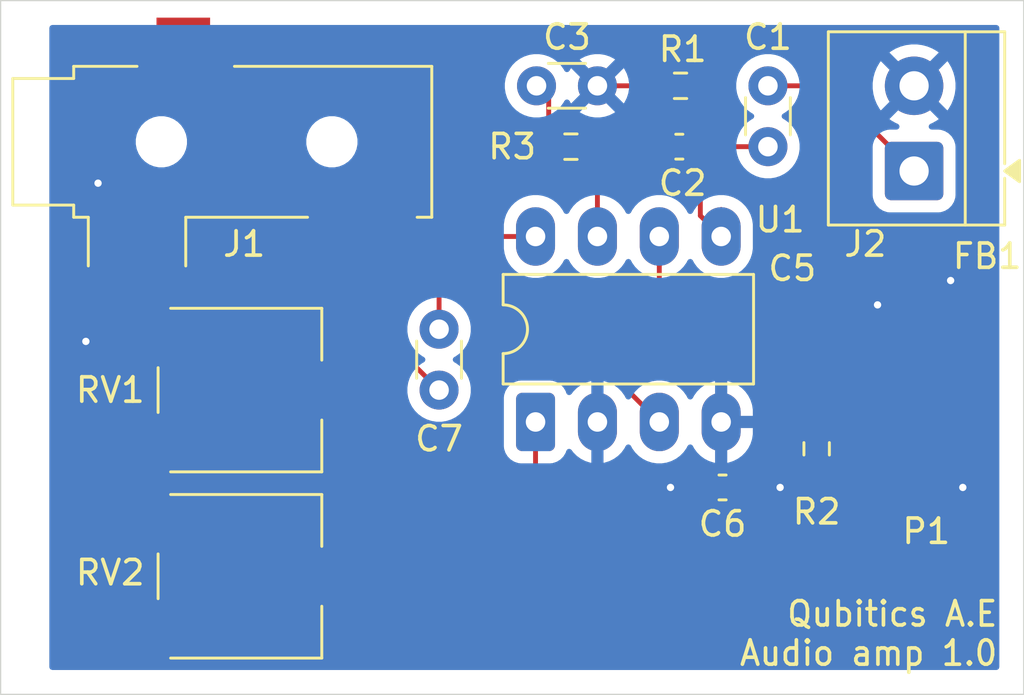
<source format=kicad_pcb>
(kicad_pcb (version 20241229) (generator "pcbnew") (generator_version "9.0")
  (layers (0 "F.Cu" signal) (2 "B.Cu" signal) (13 "F.Paste" user) (15 "B.Paste" user) (5 "F.SilkS" user "F.Silkscreen") (7 "B.SilkS" user "B.Silkscreen") (1 "F.Mask" user) (3 "B.Mask" user) (25 "Edge.Cuts" user))
  (net 0 "")
  (net 1 "Net-(C1-Pad1)")
  (net 2 "Net-(J2-Pin_1)")
  (net 3 "Net-(C2-Pad2)")
  (net 4 "Net-(C3-Pad1)")
  (net 5 "GND")
  (net 6 "Net-(U1-V+)")
  (net 7 "Net-(C7-Pad1)")
  (net 8 "Net-(C7-Pad2)")
  (net 9 "Net-(P1-SHIELD)")
  (net 11 "Net-(J1-PadT)")
  (net 15 "Net-(P1-CC)")
  (net 16 "Net-(U1-BYPASS)")
  (net 17 "Net-(U1-+)")
  (net 18 "Net-(RV2-Pad2)")
  (footprint "Connector_Audio:Jack_3.5mm_CUI_SJ-3523-SMT_Horizontal" (layer "F.Cu") (at 80.1 82.8 90)
    (property "Reference" "J1" (at -4.2 0.9 180) (layer "F.SilkS"))
    (property "Value" "AudioJack3")
    (fp_line (start 2.6 -8.6) (end 2.6 -6.1) (stroke (width 0.12)) (layer "F.SilkS"))
    (fp_line (start -2.6 -8.6) (end 2.6 -8.6) (stroke (width 0.12)) (layer "F.SilkS"))
    (fp_line (start 3.1 -6.1) (end 3.1 -3.5) (stroke (width 0.12)) (layer "F.SilkS"))
    (fp_line (start 2.6 -6.1) (end 3.1 -6.1) (stroke (width 0.12)) (layer "F.SilkS"))
    (fp_line (start -2.6 -6.1) (end -2.6 -8.6) (stroke (width 0.12)) (layer "F.SilkS"))
    (fp_line (start -3.1 -6.1) (end -2.6 -6.1) (stroke (width 0.12)) (layer "F.SilkS"))
    (fp_line (start -3.1 -5.5) (end -3.1 -6.1) (stroke (width 0.12)) (layer "F.SilkS"))
    (fp_line (start -3.1 -5.5) (end -5.1 -5.5) (stroke (width 0.12)) (layer "F.SilkS"))
    (fp_line (start -3.1 -1.5) (end -5.1 -1.5) (stroke (width 0.12)) (layer "F.SilkS"))
    (fp_line (start 3.1 0.5) (end 3.1 8.6) (stroke (width 0.12)) (layer "F.SilkS"))
    (fp_line (start -3.1 3.5) (end -3.1 -1.5) (stroke (width 0.12)) (layer "F.SilkS"))
    (fp_line (start 3.1 8.6) (end -3.1 8.6) (stroke (width 0.12)) (layer "F.SilkS"))
    (fp_line (start -3.1 8.6) (end -3.1 8) (stroke (width 0.12)) (layer "F.SilkS"))
    (pad "" np_thru_hole circle (at 0 -2.5 90) (size 1.7 1.7) (drill 1.7) (layers "*.Cu" "*.Mask"))
    (pad "" np_thru_hole circle (at 0 4.5 90) (size 1.7 1.7) (drill 1.7) (layers "*.Cu" "*.Mask"))
    (pad "R" smd rect (at 3.7 -1.6 90) (size 2.8 2.2) (layers "F.Cu" "F.Mask" "F.Paste"))
    (pad "S" smd rect (at -3.7 -3.6 90) (size 2.8 2.2) (layers "F.Cu" "F.Mask" "F.Paste") (net 5 "GND"))
    (pad "T" smd rect (at -3.7 5.8 90) (size 2.8 2.8) (layers "F.Cu" "F.Mask" "F.Paste") (net 11 "Net-(J1-PadT)"))
  )
  (footprint "Resistor_SMD:R_0603_1608Metric_Pad0.98x0.95mm_HandSolder" (layer "F.Cu") (at 98.9125 80.5 180)
    (property "Reference" "R1" (at -0.0875 1.5 180) (layer "F.SilkS"))
    (property "Value" "10" (hide yes))
    (fp_line (start -0.254724 0.5225) (end 0.254724 0.5225) (stroke (width 0.12)) (layer "F.SilkS"))
    (fp_line (start -0.254724 -0.5225) (end 0.254724 -0.5225) (stroke (width 0.12)) (layer "F.SilkS"))
    (pad "1" smd roundrect (at -0.9125 0 180) (size 0.975 0.95) (layers "F.Cu" "F.Mask" "F.Paste") (net 3 "Net-(C2-Pad2)"))
    (pad "2" smd roundrect (at 0.9125 0 180) (size 0.975 0.95) (layers "F.Cu" "F.Mask" "F.Paste") (net 5 "GND"))
  )
  (footprint "Potentiometer_SMD:Potentiometer_ACP_CA6-VSMD_Vertical" (layer "F.Cu") (at 80.825 93)
    (property "Reference" "RV1" (at -5.325 0 0) (layer "F.SilkS"))
    (property "Value" "10k" (hide yes))
    (fp_line (start -3.36 0.92) (end -3.36 -0.92) (stroke (width 0.12)) (layer "F.SilkS"))
    (fp_line (start -2.845 -3.36) (end 3.36 -3.36) (stroke (width 0.12)) (layer "F.SilkS"))
    (fp_line (start 3.36 -3.36) (end 3.36 -1.23) (stroke (width 0.12)) (layer "F.SilkS"))
    (fp_line (start 3.36 1.23) (end 3.36 3.36) (stroke (width 0.12)) (layer "F.SilkS"))
    (fp_line (start 3.36 3.36) (end -2.845 3.36) (stroke (width 0.12)) (layer "F.SilkS"))
    (pad "1" smd roundrect (at -4.325 2.15) (size 2.5 2) (layers "F.Cu" "F.Mask" "F.Paste") (roundrect_rratio 0.125) (net 11 "Net-(J1-PadT)"))
    (pad "2" smd roundrect (at 4.325 0) (size 2.5 2) (layers "F.Cu" "F.Mask" "F.Paste") (roundrect_rratio 0.125) (net 17 "Net-(U1-+)"))
    (pad "3" smd roundrect (at -4.325 -2.15) (size 2.5 2) (layers "F.Cu" "F.Mask" "F.Paste") (roundrect_rratio 0.125) (net 5 "GND"))
  )
  (footprint "Capacitor_SMD:C_0603_1608Metric_Pad1.08x0.95mm_HandSolder" (layer "F.Cu") (at 100.6375 97)
    (property "Reference" "C6" (at 0 1.5 0) (layer "F.SilkS"))
    (property "Value" "470p" (hide yes))
    (fp_line (start -0.146267 -0.51) (end 0.146267 -0.51) (stroke (width 0.12)) (layer "F.SilkS"))
    (fp_line (start -0.146267 0.51) (end 0.146267 0.51) (stroke (width 0.12)) (layer "F.SilkS"))
    (pad "1" smd roundrect (at -0.8625 0) (size 1.075 0.95) (layers "F.Cu" "F.Mask" "F.Paste") (net 5 "GND"))
    (pad "2" smd roundrect (at 0.8625 0) (size 1.075 0.95) (layers "F.Cu" "F.Mask" "F.Paste") (net 5 "GND"))
  )
  (footprint "Capacitor_THT:C_Disc_D3.0mm_W1.6mm_P2.50mm" (layer "F.Cu") (at 102.5 83 90)
    (property "Reference" "C1" (at 4.5 0 180) (layer "F.SilkS"))
    (property "Value" "1000u" (hide yes))
    (fp_line (start 0.485 -0.92) (end 2.015 -0.92) (stroke (width 0.12)) (layer "F.SilkS"))
    (fp_line (start 2.015 0.92) (end 0.485 0.92) (stroke (width 0.12)) (layer "F.SilkS"))
    (pad "1" thru_hole circle (at 0 0 90) (size 1.6 1.6) (drill 0.8) (layers "*.Cu" "*.Mask") (net 1 "Net-(C1-Pad1)"))
    (pad "2" thru_hole circle (at 2.5 0 90) (size 1.6 1.6) (drill 0.8) (layers "*.Cu" "*.Mask") (net 2 "Net-(J2-Pin_1)"))
  )
  (footprint "Capacitor_SMD:C_0603_1608Metric_Pad1.08x0.95mm_HandSolder" (layer "F.Cu") (at 98.8625 83 180)
    (property "Reference" "C2" (at -0.1375 -1.5 0) (layer "F.SilkS"))
    (property "Value" "0.1u" (hide yes))
    (fp_line (start -0.146267 0.51) (end 0.146267 0.51) (stroke (width 0.12)) (layer "F.SilkS"))
    (fp_line (start -0.146267 -0.51) (end 0.146267 -0.51) (stroke (width 0.12)) (layer "F.SilkS"))
    (pad "1" smd roundrect (at -0.8625 0 180) (size 1.075 0.95) (layers "F.Cu" "F.Mask" "F.Paste") (net 1 "Net-(C1-Pad1)"))
    (pad "2" smd roundrect (at 0.8625 0 180) (size 1.075 0.95) (layers "F.Cu" "F.Mask" "F.Paste") (net 3 "Net-(C2-Pad2)"))
  )
  (footprint "Potentiometer_SMD:Potentiometer_ACP_CA6-VSMD_Vertical" (layer "F.Cu") (at 80.825 100.65)
    (property "Reference" "RV2" (at -5.325 -0.15 0) (layer "F.SilkS"))
    (property "Value" "10k" (hide yes))
    (fp_line (start -3.36 0.92) (end -3.36 -0.92) (stroke (width 0.12)) (layer "F.SilkS"))
    (fp_line (start -2.845 -3.36) (end 3.36 -3.36) (stroke (width 0.12)) (layer "F.SilkS"))
    (fp_line (start 3.36 -3.36) (end 3.36 -1.23) (stroke (width 0.12)) (layer "F.SilkS"))
    (fp_line (start 3.36 1.23) (end 3.36 3.36) (stroke (width 0.12)) (layer "F.SilkS"))
    (fp_line (start 3.36 3.36) (end -2.845 3.36) (stroke (width 0.12)) (layer "F.SilkS"))
    (pad "1" smd roundrect (at -4.325 2.15) (size 2.5 2) (layers "F.Cu" "F.Mask" "F.Paste") (roundrect_rratio 0.125) (net 7 "Net-(C7-Pad1)"))
    (pad "2" smd roundrect (at 4.325 0) (size 2.5 2) (layers "F.Cu" "F.Mask" "F.Paste") (roundrect_rratio 0.125) (net 18 "Net-(RV2-Pad2)"))
    (pad "3" smd roundrect (at -4.325 -2.15) (size 2.5 2) (layers "F.Cu" "F.Mask" "F.Paste") (roundrect_rratio 0.125))
  )
  (footprint "Connector_USB:USB_C_Plug_ShenzhenJingTuoJin_918-118A2021Y40002_Vertical" (layer "F.Cu") (at 108.77 93.3)
    (property "Reference" "P1" (at 0.23 5.5 0) (layer "F.SilkS"))
    (property "Value" "USB_C_Plug_USB2.0" (hide yes))
    (pad "A1" smd roundrect (at -1.27 -2.8 90) (size 0.4 0.79) (layers "F.Cu" "F.Mask" "F.Paste") (net 5 "GND"))
    (pad "A4" smd roundrect (at -1.27 -2 90) (size 0.4 0.79) (layers "F.Cu" "F.Mask" "F.Paste") (net 6 "Net-(U1-V+)"))
    (pad "A5" smd roundrect (at -1.27 -1.2 90) (size 0.4 0.79) (layers "F.Cu" "F.Mask" "F.Paste") (net 15 "Net-(P1-CC)"))
    (pad "A6" smd roundrect (at -1.27 -0.4 90) (size 0.4 0.79) (layers "F.Cu" "F.Mask" "F.Paste"))
    (pad "A7" smd roundrect (at -1.27 0.4 90) (size 0.4 0.79) (layers "F.Cu" "F.Mask" "F.Paste"))
    (pad "A8" smd roundrect (at -1.27 1.2 90) (size 0.4 0.79) (layers "F.Cu" "F.Mask" "F.Paste"))
    (pad "A9" smd roundrect (at -1.27 2 90) (size 0.4 0.79) (layers "F.Cu" "F.Mask" "F.Paste") (net 6 "Net-(U1-V+)"))
    (pad "A12" smd roundrect (at -1.27 2.8 90) (size 0.4 0.79) (layers "F.Cu" "F.Mask" "F.Paste") (net 5 "GND"))
    (pad "B1" smd roundrect (at 1.27 2.8 90) (size 0.4 0.79) (layers "F.Cu" "F.Mask" "F.Paste") (net 5 "GND"))
    (pad "B4" smd roundrect (at 1.27 2 90) (size 0.4 0.79) (layers "F.Cu" "F.Mask" "F.Paste") (net 6 "Net-(U1-V+)"))
    (pad "B5" smd roundrect (at 1.27 1.2 90) (size 0.4 0.79) (layers "F.Cu" "F.Mask" "F.Paste"))
    (pad "B6" smd roundrect (at 1.27 0.4 90) (size 0.4 0.79) (layers "F.Cu" "F.Mask" "F.Paste"))
    (pad "B7" smd roundrect (at 1.27 -0.4 90) (size 0.4 0.79) (layers "F.Cu" "F.Mask" "F.Paste"))
    (pad "B8" smd roundrect (at 1.27 -1.2 90) (size 0.4 0.79) (layers "F.Cu" "F.Mask" "F.Paste"))
    (pad "B9" smd roundrect (at 1.27 -2 90) (size 0.4 0.79) (layers "F.Cu" "F.Mask" "F.Paste") (net 6 "Net-(U1-V+)"))
    (pad "B12" smd roundrect (at 1.27 -2.8 90) (size 0.4 0.79) (layers "F.Cu" "F.Mask" "F.Paste") (net 5 "GND"))
    (pad "S1" smd roundrect (at 0 -3.95 90) (size 0.65 1.6) (layers "F.Cu" "F.Mask" "F.Paste") (net 9 "Net-(P1-SHIELD)"))
    (pad "S1" smd roundrect (at 0 3.95 90) (size 0.65 1.6) (layers "F.Cu" "F.Mask" "F.Paste") (net 9 "Net-(P1-SHIELD)"))
  )
  (footprint "Resistor_SMD:R_0603_1608Metric_Pad0.98x0.95mm_HandSolder" (layer "F.Cu") (at 104.5 95.4125 -90)
    (property "Reference" "R2" (at 2.5875 0 180) (layer "F.SilkS"))
    (property "Value" "5.1k" (hide yes))
    (fp_line (start -0.254724 0.5225) (end 0.254724 0.5225) (stroke (width 0.12)) (layer "F.SilkS"))
    (fp_line (start -0.254724 -0.5225) (end 0.254724 -0.5225) (stroke (width 0.12)) (layer "F.SilkS"))
    (pad "1" smd roundrect (at -0.9125 0 270) (size 0.975 0.95) (layers "F.Cu" "F.Mask" "F.Paste") (net 15 "Net-(P1-CC)"))
    (pad "2" smd roundrect (at 0.9125 0 270) (size 0.975 0.95) (layers "F.Cu" "F.Mask" "F.Paste") (net 5 "GND"))
  )
  (footprint "Capacitor_SMD:C_0603_1608Metric_Pad1.08x0.95mm_HandSolder" (layer "F.Cu") (at 103.5 90.3625 90)
    (property "Reference" "C5" (at 2.3625 0 180) (layer "F.SilkS"))
    (property "Value" "0.1u" (hide yes))
    (pad "1" smd roundrect (at -0.8625 0 90) (size 1.075 0.95) (layers "F.Cu" "F.Mask" "F.Paste") (net 5 "GND"))
    (pad "2" smd roundrect (at 0.8625 0 90) (size 1.075 0.95) (layers "F.Cu" "F.Mask" "F.Paste") (net 6 "Net-(U1-V+)"))
  )
  (footprint "Capacitor_THT:C_Disc_D3.0mm_W1.6mm_P2.50mm" (layer "F.Cu") (at 93 80.5)
    (property "Reference" "C3" (at 1.25 -2 180) (layer "F.SilkS"))
    (property "Value" "10u" (hide yes))
    (fp_line (start 0.485 -0.92) (end 2.015 -0.92) (stroke (width 0.12)) (layer "F.SilkS"))
    (fp_line (start 2.015 0.92) (end 0.485 0.92) (stroke (width 0.12)) (layer "F.SilkS"))
    (pad "1" thru_hole circle (at 0 0) (size 1.6 1.6) (drill 0.8) (layers "*.Cu" "*.Mask") (net 4 "Net-(C3-Pad1)"))
    (pad "2" thru_hole circle (at 2.5 0) (size 1.6 1.6) (drill 0.8) (layers "*.Cu" "*.Mask") (net 5 "GND"))
  )
  (footprint "Resistor_SMD:R_0603_1608Metric_Pad0.98x0.95mm_HandSolder" (layer "F.Cu") (at 94.4125 83)
    (property "Reference" "R3" (at -2.4125 0 180) (layer "F.SilkS"))
    (property "Value" "10k" (hide yes))
    (fp_line (start -0.254724 -0.5225) (end 0.254724 -0.5225) (stroke (width 0.12)) (layer "F.SilkS"))
    (fp_line (start -0.254724 0.5225) (end 0.254724 0.5225) (stroke (width 0.12)) (layer "F.SilkS"))
    (pad "1" smd roundrect (at -0.9125 0) (size 0.975 0.95) (layers "F.Cu" "F.Mask" "F.Paste") (net 4 "Net-(C3-Pad1)"))
    (pad "2" smd roundrect (at 0.9125 0) (size 0.975 0.95) (layers "F.Cu" "F.Mask" "F.Paste") (net 16 "Net-(U1-BYPASS)"))
  )
  (footprint "Capacitor_THT:C_Disc_D3.0mm_W1.6mm_P2.50mm" (layer "F.Cu") (at 89 93 90)
    (property "Reference" "C7" (at -2 0 180) (layer "F.SilkS"))
    (property "Value" "10u" (hide yes))
    (fp_line (start 0.485 -0.92) (end 2.015 -0.92) (stroke (width 0.12)) (layer "F.SilkS"))
    (fp_line (start 2.015 0.92) (end 0.485 0.92) (stroke (width 0.12)) (layer "F.SilkS"))
    (pad "1" thru_hole circle (at 0 0 90) (size 1.6 1.6) (drill 0.8) (layers "*.Cu" "*.Mask") (net 7 "Net-(C7-Pad1)"))
    (pad "2" thru_hole circle (at 2.5 0 90) (size 1.6 1.6) (drill 0.8) (layers "*.Cu" "*.Mask") (net 8 "Net-(C7-Pad2)"))
  )
  (footprint "Resistor_SMD:R_0201_0603Metric_Pad0.64x0.40mm_HandSolder" (layer "F.Cu") (at 108.9325 87.5 180)
    (property "Reference" "FB1" (at -2.5675 0 0) (layer "F.SilkS"))
    (property "Value" "FerriteBead" (hide yes))
    (pad "1" smd roundrect (at -0.4075 0 180) (size 0.635 0.4) (layers "F.Cu" "F.Mask") (net 5 "GND"))
    (pad "2" smd roundrect (at 0.4075 0 180) (size 0.635 0.4) (layers "F.Cu" "F.Mask") (net 9 "Net-(P1-SHIELD)"))
  )
  (footprint "Package_DIP:DIP-8_W7.62mm_LongPads" (layer "F.Cu") (at 92.96 94.31 90)
    (property "Reference" "U1" (at 8.31 10.04 180) (layer "F.SilkS"))
    (property "Value" "LM386" (hide yes))
    (fp_line (start 6.06 -1.33) (end 4.81 -1.33) (stroke (width 0.12)) (layer "F.SilkS"))
    (fp_line (start 2.81 -1.33) (end 1.56 -1.33) (stroke (width 0.12)) (layer "F.SilkS"))
    (fp_line (start 1.56 -1.33) (end 1.56 8.95) (stroke (width 0.12)) (layer "F.SilkS"))
    (fp_line (start 6.06 8.95) (end 6.06 -1.33) (stroke (width 0.12)) (layer "F.SilkS"))
    (fp_line (start 1.56 8.95) (end 6.06 8.95) (stroke (width 0.12)) (layer "F.SilkS"))
    (fp_arc (start 4.81 -1.33) (mid 3.81 -0.33) (end 2.81 -1.33) (stroke (width 0.12)) (layer "F.SilkS"))
    (pad "1" thru_hole roundrect (at 0 0 90) (size 2.4 1.6) (drill 0.8) (layers "*.Cu" "*.Mask") (roundrect_rratio 0.15625) (net 18 "Net-(RV2-Pad2)"))
    (pad "2" thru_hole oval (at 0 2.54 90) (size 2.4 1.6) (drill 0.8) (layers "*.Cu" "*.Mask") (net 5 "GND"))
    (pad "3" thru_hole oval (at 0 5.08 90) (size 2.4 1.6) (drill 0.8) (layers "*.Cu" "*.Mask") (net 17 "Net-(U1-+)"))
    (pad "4" thru_hole oval (at 0 7.62 90) (size 2.4 1.6) (drill 0.8) (layers "*.Cu" "*.Mask") (net 5 "GND"))
    (pad "5" thru_hole oval (at 7.62 7.62 90) (size 2.4 1.6) (drill 0.8) (layers "*.Cu" "*.Mask") (net 1 "Net-(C1-Pad1)"))
    (pad "6" thru_hole oval (at 7.62 5.08 90) (size 2.4 1.6) (drill 0.8) (layers "*.Cu" "*.Mask") (net 6 "Net-(U1-V+)"))
    (pad "7" thru_hole oval (at 7.62 2.54 90) (size 2.4 1.6) (drill 0.8) (layers "*.Cu" "*.Mask") (net 16 "Net-(U1-BYPASS)"))
    (pad "8" thru_hole oval (at 7.62 0 90) (size 2.4 1.6) (drill 0.8) (layers "*.Cu" "*.Mask") (net 8 "Net-(C7-Pad2)"))
  )
  (footprint "TerminalBlock_4Ucon:TerminalBlock_4Ucon_1x02_P3.50mm_Horizontal" (layer "F.Cu") (at 108.5 84 90)
    (property "Reference" "J2" (at -3 -2 180) (layer "F.SilkS"))
    (property "Value" "Screw_Terminal_01x02" (hide yes))
    (fp_line (start 5.72 -3.52) (end 5.72 3.72) (stroke (width 0.12)) (layer "F.SilkS"))
    (fp_line (start -2.22 -3.52) (end 5.72 -3.52) (stroke (width 0.12)) (layer "F.SilkS"))
    (fp_line (start -2.22 2.1) (end 5.72 2.1) (stroke (width 0.12)) (layer "F.SilkS"))
    (fp_line (start 5.72 3.72) (end 0.3 3.72) (stroke (width 0.12)) (layer "F.SilkS"))
    (fp_line (start -0.3 3.72) (end -2.22 3.72) (stroke (width 0.12)) (layer "F.SilkS"))
    (fp_line (start -2.22 3.72) (end -2.22 -3.52) (stroke (width 0.12)) (layer "F.SilkS"))
    (fp_poly (pts (xy 0 3.72) (xy 0.44 4.33) (xy -0.44 4.33)) (stroke (width 0.12)) (fill yes) (layer "F.SilkS"))
    (pad "1" thru_hole roundrect (at 0 0 90) (size 2.4 2.4) (drill 1.2) (layers "*.Cu" "*.Mask") (roundrect_rratio 0.104167) (net 2 "Net-(J2-Pin_1)"))
    (pad "2" thru_hole circle (at 3.5 0 90) (size 2.4 2.4) (drill 1.2) (layers "*.Cu" "*.Mask") (net 5 "GND"))
  )
  (gr_rect (start 71 77) (end 113 105.5) (stroke (width 0.05)) (fill no) (layer "Edge.Cuts"))
  (gr_text "Qubitics A.E\nAudio amp 1.0" (at 112 103 0) (layer "F.SilkS") (effects (font (size 1 0.95)) (justify right)))
  (segment (start 99.725 85.835) (end 100.58 86.69) (width 0.2) (layer "F.Cu") (net 1))
  (segment (start 100.58 85.58) (end 100.58 86.69) (width 0.2) (layer "F.Cu") (net 1))
  (segment (start 99.725 83) (end 102.5 83) (width 0.2) (layer "F.Cu") (net 1))
  (segment (start 99.725 83) (end 99.725 85.835) (width 0.2) (layer "F.Cu") (net 1))
  (segment (start 105 80.5) (end 108.5 84) (width 0.2) (layer "F.Cu") (net 2))
  (segment (start 102.5 80.5) (end 105 80.5) (width 0.2) (layer "F.Cu") (net 2))
  (segment (start 99.825 80.5) (end 99.825 81.175) (width 0.2) (layer "F.Cu") (net 3))
  (segment (start 99.825 81.175) (end 98 83) (width 0.2) (layer "F.Cu") (net 3))
  (segment (start 93.5 83) (end 93.5 81) (width 0.2) (layer "F.Cu") (net 4))
  (segment (start 93.5 81) (end 93 80.5) (width 0.2) (layer "F.Cu") (net 4))
  (segment (start 103 97) (end 101.5 97) (width 0.2) (layer "F.Cu") (net 5))
  (segment (start 110.04 90.5) (end 110.04 88.2) (width 0.2) (layer "F.Cu") (net 5))
  (segment (start 95.5 80.5) (end 98 80.5) (width 0.2) (layer "F.Cu") (net 5))
  (segment (start 104.5 96.325) (end 104.825 96.325) (width 0.2) (layer "F.Cu") (net 5))
  (segment (start 107.5 90) (end 107 89.5) (width 0.2) (layer "F.Cu") (net 5))
  (segment (start 103.5 91.225) (end 101.275 91.225) (width 0.2) (layer "F.Cu") (net 5))
  (segment (start 100.58 91.92) (end 100.58 94.31) (width 0.2) (layer "F.Cu") (net 5))
  (segment (start 110.5 96.56) (end 110.04 96.1) (width 0.2) (layer "F.Cu") (net 5))
  (segment (start 74.65 90.85) (end 76.5 90.85) (width 0.2) (layer "F.Cu") (net 5))
  (segment (start 107.5 90.5) (end 107.5 90) (width 0.2) (layer "F.Cu") (net 5))
  (segment (start 110.04 88.2) (end 109.34 87.5) (width 0.2) (layer "F.Cu") (net 5))
  (segment (start 104.825 96.325) (end 105.05 96.1) (width 0.2) (layer "F.Cu") (net 5))
  (segment (start 110.5 97) (end 110.5 96.56) (width 0.2) (layer "F.Cu") (net 5))
  (segment (start 74.5 91) (end 74.65 90.85) (width 0.2) (layer "F.Cu") (net 5))
  (segment (start 101.275 91.225) (end 100.58 91.92) (width 0.2) (layer "F.Cu") (net 5))
  (segment (start 75 84.5) (end 75 85) (width 0.2) (layer "F.Cu") (net 5))
  (segment (start 105.05 96.1) (end 107.5 96.1) (width 0.2) (layer "F.Cu") (net 5))
  (segment (start 103 97) (end 103.825 97) (width 0.2) (layer "F.Cu") (net 5))
  (segment (start 98.5 97) (end 99.775 97) (width 0.2) (layer "F.Cu") (net 5))
  (segment (start 75 85) (end 76.5 86.5) (width 0.2) (layer "F.Cu") (net 5))
  (segment (start 103.825 97) (end 104.5 96.325) (width 0.2) (layer "F.Cu") (net 5))
  (via (at 74.5 91) (size 0.6) (drill 0.3) (layers "F.Cu" "B.Cu") (net 5))
  (via (at 103 97) (size 0.6) (drill 0.3) (layers "F.Cu" "B.Cu") (net 5))
  (via (at 75 84.5) (size 0.6) (drill 0.3) (layers "F.Cu" "B.Cu") (net 5))
  (via (at 98.5 97) (size 0.6) (drill 0.3) (layers "F.Cu" "B.Cu") (net 5))
  (via (at 107 89.5) (size 0.6) (drill 0.3) (layers "F.Cu" "B.Cu") (net 5))
  (via (at 110.5 97) (size 0.6) (drill 0.3) (layers "F.Cu" "B.Cu") (net 5))
  (via (at 110 88.5) (size 0.6) (drill 0.3) (layers "F.Cu" "B.Cu") (net 5))
  (segment (start 104.5 89.5) (end 106.3 91.3) (width 0.2) (layer "F.Cu") (net 6))
  (segment (start 110.434999 95.3) (end 110.04 95.3) (width 0.2) (layer "F.Cu") (net 6))
  (segment (start 98.04 88.54) (end 99 89.5) (width 0.2) (layer "F.Cu") (net 6))
  (segment (start 110.101634 91.3) (end 110.663 91.861366) (width 0.2) (layer "F.Cu") (net 6))
  (segment (start 110.04 91.3) (end 110.101634 91.3) (width 0.2) (layer "F.Cu") (net 6))
  (segment (start 98.04 86.69) (end 98.04 88.54) (width 0.2) (layer "F.Cu") (net 6))
  (segment (start 103.5 89.5) (end 104.5 89.5) (width 0.2) (layer "F.Cu") (net 6))
  (segment (start 107.5 91.3) (end 110.04 91.3) (width 0.2) (layer "F.Cu") (net 6))
  (segment (start 106.3 91.3) (end 107.5 91.3) (width 0.2) (layer "F.Cu") (net 6))
  (segment (start 110.04 95.3) (end 107.5 95.3) (width 0.2) (layer "F.Cu") (net 6))
  (segment (start 99 89.5) (end 103.5 89.5) (width 0.2) (layer "F.Cu") (net 6))
  (segment (start 107.894999 95.3) (end 107.5 95.3) (width 0.2) (layer "F.Cu") (net 6))
  (segment (start 110.663 91.861366) (end 110.663 95.071999) (width 0.2) (layer "F.Cu") (net 6))
  (segment (start 110.663 95.071999) (end 110.434999 95.3) (width 0.2) (layer "F.Cu") (net 6))
  (segment (start 89 93) (end 89 93.5) (width 0.2) (layer "F.Cu") (net 7))
  (segment (start 83 92) (end 84 91) (width 0.2) (layer "F.Cu") (net 7))
  (segment (start 84 91) (end 87 91) (width 0.2) (layer "F.Cu") (net 7))
  (segment (start 87 91) (end 89 93) (width 0.2) (layer "F.Cu") (net 7))
  (segment (start 83 96.3) (end 83 92) (width 0.2) (layer "F.Cu") (net 7))
  (segment (start 76.5 102.8) (end 83 96.3) (width 0.2) (layer "F.Cu") (net 7))
  (segment (start 90.81 86.69) (end 92.96 86.69) (width 0.2) (layer "F.Cu") (net 8))
  (segment (start 89 88.5) (end 90.81 86.69) (width 0.2) (layer "F.Cu") (net 8))
  (segment (start 89 90.5) (end 89 88.5) (width 0.2) (layer "F.Cu") (net 8))
  (segment (start 107.5 88.08) (end 108.77 89.35) (width 0.2) (layer "F.Cu") (net 9))
  (segment (start 111 87.5) (end 110 86.5) (width 0.2) (layer "F.Cu") (net 9))
  (segment (start 108.525 87.5) (end 108.77 87.745) (width 0.2) (layer "F.Cu") (net 9))
  (segment (start 110.671706 97.574999) (end 111.028 97.218705) (width 0.2) (layer "F.Cu") (net 9))
  (segment (start 107.5 86.947374) (end 107.5 88.08) (width 0.2) (layer "F.Cu") (net 9))
  (segment (start 111 96.753295) (end 111 87.5) (width 0.2) (layer "F.Cu") (net 9))
  (segment (start 109.094999 97.574999) (end 110.671706 97.574999) (width 0.2) (layer "F.Cu") (net 9))
  (segment (start 111.028 97.218705) (end 111.028 96.781295) (width 0.2) (layer "F.Cu") (net 9))
  (segment (start 111.028 96.781295) (end 111 96.753295) (width 0.2) (layer "F.Cu") (net 9))
  (segment (start 110 86.5) (end 107.947374 86.5) (width 0.2) (layer "F.Cu") (net 9))
  (segment (start 107.947374 86.5) (end 107.5 86.947374) (width 0.2) (layer "F.Cu") (net 9))
  (segment (start 108.77 97.25) (end 109.094999 97.574999) (width 0.2) (layer "F.Cu") (net 9))
  (segment (start 108.77 87.745) (end 108.77 89.35) (width 0.2) (layer "F.Cu") (net 9))
  (segment (start 81 93) (end 81 91.4) (width 0.2) (layer "F.Cu") (net 11))
  (segment (start 81 91.4) (end 85.9 86.5) (width 0.2) (layer "F.Cu") (net 11))
  (segment (start 78.85 95.15) (end 81 93) (width 0.2) (layer "F.Cu") (net 11))
  (segment (start 76.5 95.15) (end 78.85 95.15) (width 0.2) (layer "F.Cu") (net 11))
  (segment (start 104.5 94.5) (end 104.5 93) (width 0.2) (layer "F.Cu") (net 15))
  (segment (start 105.4 92.1) (end 107.5 92.1) (width 0.2) (layer "F.Cu") (net 15))
  (segment (start 104.5 93) (end 105.4 92.1) (width 0.2) (layer "F.Cu") (net 15))
  (segment (start 95.5 83.175) (end 95.325 83) (width 0.2) (layer "F.Cu") (net 16))
  (segment (start 95.5 86.69) (end 95.5 83.175) (width 0.2) (layer "F.Cu") (net 16))
  (segment (start 91 92.5) (end 91.5 92) (width 0.2) (layer "F.Cu") (net 17))
  (segment (start 91.5 92) (end 95.73 92) (width 0.2) (layer "F.Cu") (net 17))
  (segment (start 95.73 92) (end 98.04 94.31) (width 0.2) (layer "F.Cu") (net 17))
  (segment (start 86.65 94.5) (end 90 94.5) (width 0.2) (layer "F.Cu") (net 17))
  (segment (start 90 94.5) (end 91 93.5) (width 0.2) (layer "F.Cu") (net 17))
  (segment (start 91 93.5) (end 91 92.5) (width 0.2) (layer "F.Cu") (net 17))
  (segment (start 85.15 93) (end 86.65 94.5) (width 0.2) (layer "F.Cu") (net 17))
  (segment (start 85.15 100.65) (end 89.35 100.65) (width 0.2) (layer "F.Cu") (net 18))
  (segment (start 89.35 100.65) (end 92.96 97.04) (width 0.2) (layer "F.Cu") (net 18))
  (segment (start 92.96 97.04) (end 92.96 94.31) (width 0.2) (layer "F.Cu") (net 18))
  (zone (net 5) (net_name "GND") (layer "B.Cu") (connect_pads (clearance 0.5)) (min_thickness 0.25) (fill yes (thermal_gap 0.5) (thermal_bridge_width 0.5))
    (polygon (pts (xy 73 78) (xy 112 78) (xy 112 104.5) (xy 73 104.5)))
  )
)
</source>
